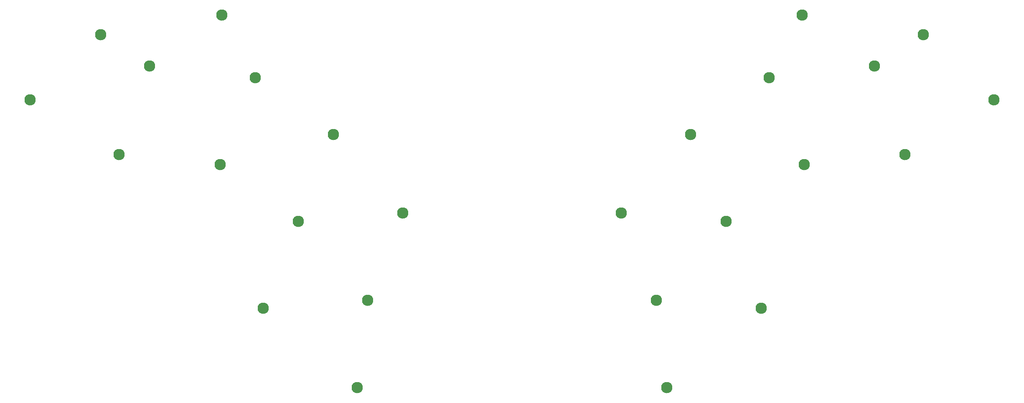
<source format=gbr>
%TF.GenerationSoftware,KiCad,Pcbnew,8.0.6-1.fc41*%
%TF.CreationDate,2024-11-30T14:56:56+11:00*%
%TF.ProjectId,katori-plate,6b61746f-7269-42d7-906c-6174652e6b69,0.1*%
%TF.SameCoordinates,Original*%
%TF.FileFunction,Soldermask,Bot*%
%TF.FilePolarity,Negative*%
%FSLAX46Y46*%
G04 Gerber Fmt 4.6, Leading zero omitted, Abs format (unit mm)*
G04 Created by KiCad (PCBNEW 8.0.6-1.fc41) date 2024-11-30 14:56:56*
%MOMM*%
%LPD*%
G01*
G04 APERTURE LIST*
%ADD10C,2.300000*%
G04 APERTURE END LIST*
D10*
%TO.C,*%
X97128425Y-92009981D03*
%TD*%
%TO.C,*%
X178471633Y-101840889D03*
%TD*%
%TO.C,*%
X127023289Y-119457396D03*
%TD*%
%TO.C,*%
X127023289Y-119457396D03*
%TD*%
%TO.C,*%
X215117070Y-61701480D03*
%TD*%
%TO.C,*%
X105848014Y-121148117D03*
%TD*%
%TO.C,*%
X199646883Y-103531643D03*
%TD*%
%TO.C,*%
X134140790Y-101840906D03*
%TD*%
%TO.C,*%
X215117070Y-61701480D03*
%TD*%
%TO.C,*%
X104245951Y-74393491D03*
%TD*%
%TO.C,*%
X112965532Y-103531630D03*
%TD*%
%TO.C,*%
X185589140Y-119457392D03*
%TD*%
%TO.C,*%
X58628225Y-78881654D03*
%TD*%
%TO.C,*%
X120083054Y-85915146D03*
%TD*%
%TO.C,*%
X134140790Y-101840906D03*
%TD*%
%TO.C,*%
X76660883Y-89957859D03*
%TD*%
%TO.C,*%
X72926468Y-65663847D03*
%TD*%
%TO.C,*%
X235951547Y-89957888D03*
%TD*%
%TO.C,*%
X239685958Y-65663839D03*
%TD*%
%TO.C,*%
X124965420Y-137230725D03*
%TD*%
%TO.C,*%
X229765743Y-71993016D03*
%TD*%
%TO.C,*%
X208366487Y-74393481D03*
%TD*%
%TO.C,*%
X215484000Y-92010000D03*
%TD*%
%TO.C,*%
X253984210Y-78881653D03*
%TD*%
%TO.C,*%
X82846693Y-71993007D03*
%TD*%
%TO.C,*%
X206764384Y-121148132D03*
%TD*%
%TO.C,*%
X192529373Y-85915150D03*
%TD*%
%TO.C,*%
X187646996Y-137230686D03*
%TD*%
%TO.C,*%
X97495360Y-61701460D03*
%TD*%
%TO.C,*%
X239685958Y-65663839D03*
%TD*%
M02*

</source>
